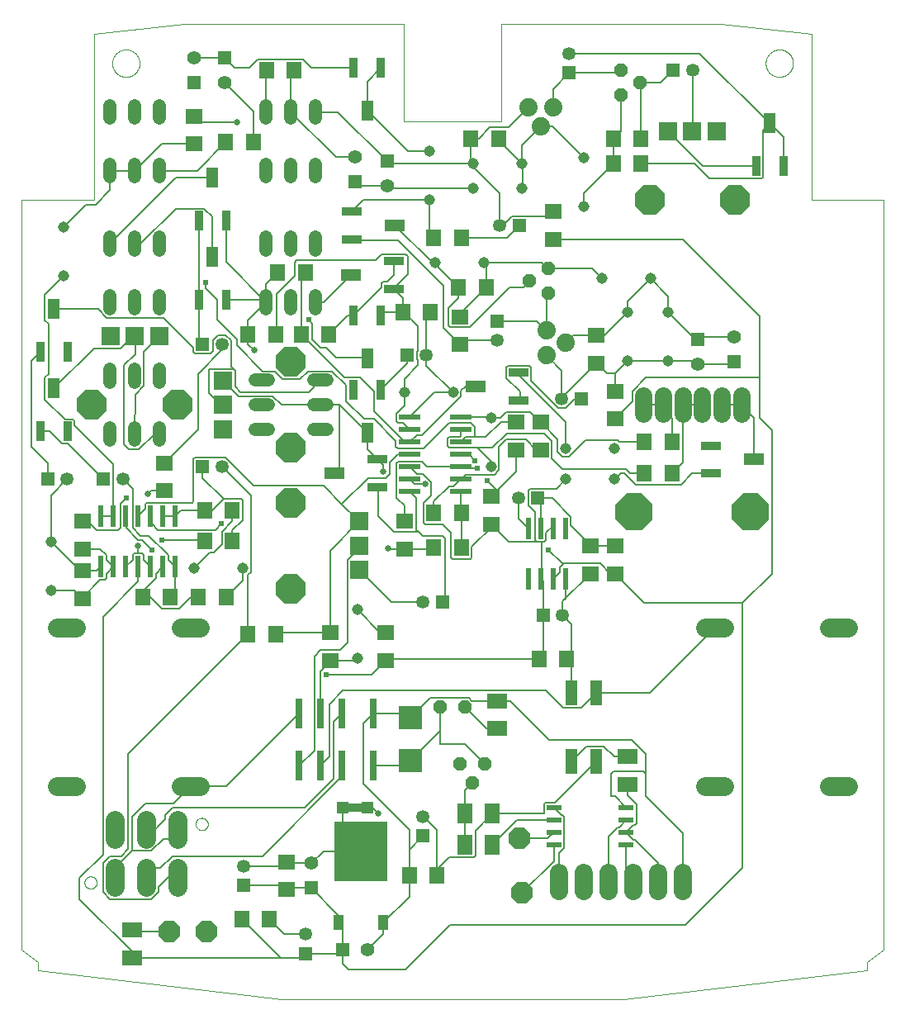
<source format=gtl>
G75*
%MOIN*%
%OFA0B0*%
%FSLAX25Y25*%
%IPPOS*%
%LPD*%
%AMOC8*
5,1,8,0,0,1.08239X$1,22.5*
%
%ADD10C,0.00000*%
%ADD11C,0.04500*%
%ADD12R,0.05315X0.05315*%
%ADD13C,0.05315*%
%ADD14R,0.07087X0.06299*%
%ADD15R,0.06299X0.07087*%
%ADD16C,0.05543*%
%ADD17R,0.05543X0.05543*%
%ADD18C,0.05200*%
%ADD19R,0.02362X0.08661*%
%ADD20R,0.08661X0.02362*%
%ADD21C,0.07677*%
%ADD22R,0.03150X0.12205*%
%ADD23OC8,0.05200*%
%ADD24OC8,0.08500*%
%ADD25R,0.05000X0.10000*%
%ADD26C,0.07400*%
%ADD27R,0.06299X0.07098*%
%ADD28R,0.03543X0.07874*%
%ADD29R,0.05118X0.07874*%
%ADD30R,0.07098X0.06299*%
%ADD31R,0.07874X0.03543*%
%ADD32R,0.07874X0.05118*%
%ADD33R,0.07874X0.06299*%
%ADD34R,0.06299X0.07874*%
%ADD35R,0.07400X0.07400*%
%ADD36OC8,0.11811*%
%ADD37R,0.03937X0.06299*%
%ADD38R,0.21260X0.24409*%
%ADD39R,0.06100X0.02100*%
%ADD40R,0.09449X0.09449*%
%ADD41R,0.05000X0.05000*%
%ADD42C,0.03200*%
%ADD43C,0.07087*%
%ADD44OC8,0.15000*%
%ADD45C,0.07400*%
%ADD46C,0.00800*%
%ADD47C,0.02381*%
%ADD48C,0.02578*%
D10*
X0035280Y0038800D02*
X0041933Y0034115D01*
X0041933Y0030611D01*
X0140358Y0018800D01*
X0278154Y0018800D01*
X0376579Y0030611D01*
X0376579Y0034115D01*
X0383272Y0038800D01*
X0383272Y0341635D01*
X0354138Y0341635D01*
X0354138Y0408564D01*
X0317524Y0412501D01*
X0228941Y0412501D01*
X0228941Y0373131D01*
X0189571Y0373131D01*
X0189571Y0412501D01*
X0100988Y0412501D01*
X0064374Y0408564D01*
X0064374Y0341635D01*
X0035240Y0341635D01*
X0035280Y0038800D01*
X0041933Y0030611D02*
X0140358Y0018800D01*
X0278154Y0018800D01*
X0376579Y0030611D01*
X0105535Y0089666D02*
X0105537Y0089765D01*
X0105543Y0089864D01*
X0105553Y0089963D01*
X0105567Y0090061D01*
X0105585Y0090158D01*
X0105607Y0090255D01*
X0105632Y0090351D01*
X0105662Y0090445D01*
X0105695Y0090539D01*
X0105732Y0090631D01*
X0105773Y0090721D01*
X0105817Y0090810D01*
X0105865Y0090896D01*
X0105916Y0090981D01*
X0105971Y0091064D01*
X0106029Y0091144D01*
X0106090Y0091222D01*
X0106154Y0091298D01*
X0106221Y0091371D01*
X0106291Y0091441D01*
X0106364Y0091508D01*
X0106440Y0091572D01*
X0106518Y0091633D01*
X0106598Y0091691D01*
X0106681Y0091746D01*
X0106765Y0091797D01*
X0106852Y0091845D01*
X0106941Y0091889D01*
X0107031Y0091930D01*
X0107123Y0091967D01*
X0107217Y0092000D01*
X0107311Y0092030D01*
X0107407Y0092055D01*
X0107504Y0092077D01*
X0107601Y0092095D01*
X0107699Y0092109D01*
X0107798Y0092119D01*
X0107897Y0092125D01*
X0107996Y0092127D01*
X0108095Y0092125D01*
X0108194Y0092119D01*
X0108293Y0092109D01*
X0108391Y0092095D01*
X0108488Y0092077D01*
X0108585Y0092055D01*
X0108681Y0092030D01*
X0108775Y0092000D01*
X0108869Y0091967D01*
X0108961Y0091930D01*
X0109051Y0091889D01*
X0109140Y0091845D01*
X0109226Y0091797D01*
X0109311Y0091746D01*
X0109394Y0091691D01*
X0109474Y0091633D01*
X0109552Y0091572D01*
X0109628Y0091508D01*
X0109701Y0091441D01*
X0109771Y0091371D01*
X0109838Y0091298D01*
X0109902Y0091222D01*
X0109963Y0091144D01*
X0110021Y0091064D01*
X0110076Y0090981D01*
X0110127Y0090897D01*
X0110175Y0090810D01*
X0110219Y0090721D01*
X0110260Y0090631D01*
X0110297Y0090539D01*
X0110330Y0090445D01*
X0110360Y0090351D01*
X0110385Y0090255D01*
X0110407Y0090158D01*
X0110425Y0090061D01*
X0110439Y0089963D01*
X0110449Y0089864D01*
X0110455Y0089765D01*
X0110457Y0089666D01*
X0110455Y0089567D01*
X0110449Y0089468D01*
X0110439Y0089369D01*
X0110425Y0089271D01*
X0110407Y0089174D01*
X0110385Y0089077D01*
X0110360Y0088981D01*
X0110330Y0088887D01*
X0110297Y0088793D01*
X0110260Y0088701D01*
X0110219Y0088611D01*
X0110175Y0088522D01*
X0110127Y0088436D01*
X0110076Y0088351D01*
X0110021Y0088268D01*
X0109963Y0088188D01*
X0109902Y0088110D01*
X0109838Y0088034D01*
X0109771Y0087961D01*
X0109701Y0087891D01*
X0109628Y0087824D01*
X0109552Y0087760D01*
X0109474Y0087699D01*
X0109394Y0087641D01*
X0109311Y0087586D01*
X0109227Y0087535D01*
X0109140Y0087487D01*
X0109051Y0087443D01*
X0108961Y0087402D01*
X0108869Y0087365D01*
X0108775Y0087332D01*
X0108681Y0087302D01*
X0108585Y0087277D01*
X0108488Y0087255D01*
X0108391Y0087237D01*
X0108293Y0087223D01*
X0108194Y0087213D01*
X0108095Y0087207D01*
X0107996Y0087205D01*
X0107897Y0087207D01*
X0107798Y0087213D01*
X0107699Y0087223D01*
X0107601Y0087237D01*
X0107504Y0087255D01*
X0107407Y0087277D01*
X0107311Y0087302D01*
X0107217Y0087332D01*
X0107123Y0087365D01*
X0107031Y0087402D01*
X0106941Y0087443D01*
X0106852Y0087487D01*
X0106766Y0087535D01*
X0106681Y0087586D01*
X0106598Y0087641D01*
X0106518Y0087699D01*
X0106440Y0087760D01*
X0106364Y0087824D01*
X0106291Y0087891D01*
X0106221Y0087961D01*
X0106154Y0088034D01*
X0106090Y0088110D01*
X0106029Y0088188D01*
X0105971Y0088268D01*
X0105916Y0088351D01*
X0105865Y0088435D01*
X0105817Y0088522D01*
X0105773Y0088611D01*
X0105732Y0088701D01*
X0105695Y0088793D01*
X0105662Y0088887D01*
X0105632Y0088981D01*
X0105607Y0089077D01*
X0105585Y0089174D01*
X0105567Y0089271D01*
X0105553Y0089369D01*
X0105543Y0089468D01*
X0105537Y0089567D01*
X0105535Y0089666D01*
X0060653Y0066044D02*
X0060655Y0066143D01*
X0060661Y0066242D01*
X0060671Y0066341D01*
X0060685Y0066439D01*
X0060703Y0066536D01*
X0060725Y0066633D01*
X0060750Y0066729D01*
X0060780Y0066823D01*
X0060813Y0066917D01*
X0060850Y0067009D01*
X0060891Y0067099D01*
X0060935Y0067188D01*
X0060983Y0067274D01*
X0061034Y0067359D01*
X0061089Y0067442D01*
X0061147Y0067522D01*
X0061208Y0067600D01*
X0061272Y0067676D01*
X0061339Y0067749D01*
X0061409Y0067819D01*
X0061482Y0067886D01*
X0061558Y0067950D01*
X0061636Y0068011D01*
X0061716Y0068069D01*
X0061799Y0068124D01*
X0061883Y0068175D01*
X0061970Y0068223D01*
X0062059Y0068267D01*
X0062149Y0068308D01*
X0062241Y0068345D01*
X0062335Y0068378D01*
X0062429Y0068408D01*
X0062525Y0068433D01*
X0062622Y0068455D01*
X0062719Y0068473D01*
X0062817Y0068487D01*
X0062916Y0068497D01*
X0063015Y0068503D01*
X0063114Y0068505D01*
X0063213Y0068503D01*
X0063312Y0068497D01*
X0063411Y0068487D01*
X0063509Y0068473D01*
X0063606Y0068455D01*
X0063703Y0068433D01*
X0063799Y0068408D01*
X0063893Y0068378D01*
X0063987Y0068345D01*
X0064079Y0068308D01*
X0064169Y0068267D01*
X0064258Y0068223D01*
X0064344Y0068175D01*
X0064429Y0068124D01*
X0064512Y0068069D01*
X0064592Y0068011D01*
X0064670Y0067950D01*
X0064746Y0067886D01*
X0064819Y0067819D01*
X0064889Y0067749D01*
X0064956Y0067676D01*
X0065020Y0067600D01*
X0065081Y0067522D01*
X0065139Y0067442D01*
X0065194Y0067359D01*
X0065245Y0067275D01*
X0065293Y0067188D01*
X0065337Y0067099D01*
X0065378Y0067009D01*
X0065415Y0066917D01*
X0065448Y0066823D01*
X0065478Y0066729D01*
X0065503Y0066633D01*
X0065525Y0066536D01*
X0065543Y0066439D01*
X0065557Y0066341D01*
X0065567Y0066242D01*
X0065573Y0066143D01*
X0065575Y0066044D01*
X0065573Y0065945D01*
X0065567Y0065846D01*
X0065557Y0065747D01*
X0065543Y0065649D01*
X0065525Y0065552D01*
X0065503Y0065455D01*
X0065478Y0065359D01*
X0065448Y0065265D01*
X0065415Y0065171D01*
X0065378Y0065079D01*
X0065337Y0064989D01*
X0065293Y0064900D01*
X0065245Y0064814D01*
X0065194Y0064729D01*
X0065139Y0064646D01*
X0065081Y0064566D01*
X0065020Y0064488D01*
X0064956Y0064412D01*
X0064889Y0064339D01*
X0064819Y0064269D01*
X0064746Y0064202D01*
X0064670Y0064138D01*
X0064592Y0064077D01*
X0064512Y0064019D01*
X0064429Y0063964D01*
X0064345Y0063913D01*
X0064258Y0063865D01*
X0064169Y0063821D01*
X0064079Y0063780D01*
X0063987Y0063743D01*
X0063893Y0063710D01*
X0063799Y0063680D01*
X0063703Y0063655D01*
X0063606Y0063633D01*
X0063509Y0063615D01*
X0063411Y0063601D01*
X0063312Y0063591D01*
X0063213Y0063585D01*
X0063114Y0063583D01*
X0063015Y0063585D01*
X0062916Y0063591D01*
X0062817Y0063601D01*
X0062719Y0063615D01*
X0062622Y0063633D01*
X0062525Y0063655D01*
X0062429Y0063680D01*
X0062335Y0063710D01*
X0062241Y0063743D01*
X0062149Y0063780D01*
X0062059Y0063821D01*
X0061970Y0063865D01*
X0061884Y0063913D01*
X0061799Y0063964D01*
X0061716Y0064019D01*
X0061636Y0064077D01*
X0061558Y0064138D01*
X0061482Y0064202D01*
X0061409Y0064269D01*
X0061339Y0064339D01*
X0061272Y0064412D01*
X0061208Y0064488D01*
X0061147Y0064566D01*
X0061089Y0064646D01*
X0061034Y0064729D01*
X0060983Y0064813D01*
X0060935Y0064900D01*
X0060891Y0064989D01*
X0060850Y0065079D01*
X0060813Y0065171D01*
X0060780Y0065265D01*
X0060750Y0065359D01*
X0060725Y0065455D01*
X0060703Y0065552D01*
X0060685Y0065649D01*
X0060671Y0065747D01*
X0060661Y0065846D01*
X0060655Y0065945D01*
X0060653Y0066044D01*
X0071854Y0396753D02*
X0071856Y0396901D01*
X0071862Y0397049D01*
X0071872Y0397197D01*
X0071886Y0397344D01*
X0071904Y0397491D01*
X0071925Y0397637D01*
X0071951Y0397783D01*
X0071981Y0397928D01*
X0072014Y0398072D01*
X0072052Y0398215D01*
X0072093Y0398357D01*
X0072138Y0398498D01*
X0072186Y0398638D01*
X0072239Y0398777D01*
X0072295Y0398914D01*
X0072355Y0399049D01*
X0072418Y0399183D01*
X0072485Y0399315D01*
X0072556Y0399445D01*
X0072630Y0399573D01*
X0072707Y0399699D01*
X0072788Y0399823D01*
X0072872Y0399945D01*
X0072959Y0400064D01*
X0073050Y0400181D01*
X0073144Y0400296D01*
X0073240Y0400408D01*
X0073340Y0400518D01*
X0073442Y0400624D01*
X0073548Y0400728D01*
X0073656Y0400829D01*
X0073767Y0400927D01*
X0073880Y0401023D01*
X0073996Y0401115D01*
X0074114Y0401204D01*
X0074235Y0401289D01*
X0074358Y0401372D01*
X0074483Y0401451D01*
X0074610Y0401527D01*
X0074739Y0401599D01*
X0074870Y0401668D01*
X0075003Y0401733D01*
X0075138Y0401794D01*
X0075274Y0401852D01*
X0075411Y0401907D01*
X0075550Y0401957D01*
X0075691Y0402004D01*
X0075832Y0402047D01*
X0075975Y0402087D01*
X0076119Y0402122D01*
X0076263Y0402154D01*
X0076409Y0402181D01*
X0076555Y0402205D01*
X0076702Y0402225D01*
X0076849Y0402241D01*
X0076996Y0402253D01*
X0077144Y0402261D01*
X0077292Y0402265D01*
X0077440Y0402265D01*
X0077588Y0402261D01*
X0077736Y0402253D01*
X0077883Y0402241D01*
X0078030Y0402225D01*
X0078177Y0402205D01*
X0078323Y0402181D01*
X0078469Y0402154D01*
X0078613Y0402122D01*
X0078757Y0402087D01*
X0078900Y0402047D01*
X0079041Y0402004D01*
X0079182Y0401957D01*
X0079321Y0401907D01*
X0079458Y0401852D01*
X0079594Y0401794D01*
X0079729Y0401733D01*
X0079862Y0401668D01*
X0079993Y0401599D01*
X0080122Y0401527D01*
X0080249Y0401451D01*
X0080374Y0401372D01*
X0080497Y0401289D01*
X0080618Y0401204D01*
X0080736Y0401115D01*
X0080852Y0401023D01*
X0080965Y0400927D01*
X0081076Y0400829D01*
X0081184Y0400728D01*
X0081290Y0400624D01*
X0081392Y0400518D01*
X0081492Y0400408D01*
X0081588Y0400296D01*
X0081682Y0400181D01*
X0081773Y0400064D01*
X0081860Y0399945D01*
X0081944Y0399823D01*
X0082025Y0399699D01*
X0082102Y0399573D01*
X0082176Y0399445D01*
X0082247Y0399315D01*
X0082314Y0399183D01*
X0082377Y0399049D01*
X0082437Y0398914D01*
X0082493Y0398777D01*
X0082546Y0398638D01*
X0082594Y0398498D01*
X0082639Y0398357D01*
X0082680Y0398215D01*
X0082718Y0398072D01*
X0082751Y0397928D01*
X0082781Y0397783D01*
X0082807Y0397637D01*
X0082828Y0397491D01*
X0082846Y0397344D01*
X0082860Y0397197D01*
X0082870Y0397049D01*
X0082876Y0396901D01*
X0082878Y0396753D01*
X0082876Y0396605D01*
X0082870Y0396457D01*
X0082860Y0396309D01*
X0082846Y0396162D01*
X0082828Y0396015D01*
X0082807Y0395869D01*
X0082781Y0395723D01*
X0082751Y0395578D01*
X0082718Y0395434D01*
X0082680Y0395291D01*
X0082639Y0395149D01*
X0082594Y0395008D01*
X0082546Y0394868D01*
X0082493Y0394729D01*
X0082437Y0394592D01*
X0082377Y0394457D01*
X0082314Y0394323D01*
X0082247Y0394191D01*
X0082176Y0394061D01*
X0082102Y0393933D01*
X0082025Y0393807D01*
X0081944Y0393683D01*
X0081860Y0393561D01*
X0081773Y0393442D01*
X0081682Y0393325D01*
X0081588Y0393210D01*
X0081492Y0393098D01*
X0081392Y0392988D01*
X0081290Y0392882D01*
X0081184Y0392778D01*
X0081076Y0392677D01*
X0080965Y0392579D01*
X0080852Y0392483D01*
X0080736Y0392391D01*
X0080618Y0392302D01*
X0080497Y0392217D01*
X0080374Y0392134D01*
X0080249Y0392055D01*
X0080122Y0391979D01*
X0079993Y0391907D01*
X0079862Y0391838D01*
X0079729Y0391773D01*
X0079594Y0391712D01*
X0079458Y0391654D01*
X0079321Y0391599D01*
X0079182Y0391549D01*
X0079041Y0391502D01*
X0078900Y0391459D01*
X0078757Y0391419D01*
X0078613Y0391384D01*
X0078469Y0391352D01*
X0078323Y0391325D01*
X0078177Y0391301D01*
X0078030Y0391281D01*
X0077883Y0391265D01*
X0077736Y0391253D01*
X0077588Y0391245D01*
X0077440Y0391241D01*
X0077292Y0391241D01*
X0077144Y0391245D01*
X0076996Y0391253D01*
X0076849Y0391265D01*
X0076702Y0391281D01*
X0076555Y0391301D01*
X0076409Y0391325D01*
X0076263Y0391352D01*
X0076119Y0391384D01*
X0075975Y0391419D01*
X0075832Y0391459D01*
X0075691Y0391502D01*
X0075550Y0391549D01*
X0075411Y0391599D01*
X0075274Y0391654D01*
X0075138Y0391712D01*
X0075003Y0391773D01*
X0074870Y0391838D01*
X0074739Y0391907D01*
X0074610Y0391979D01*
X0074483Y0392055D01*
X0074358Y0392134D01*
X0074235Y0392217D01*
X0074114Y0392302D01*
X0073996Y0392391D01*
X0073880Y0392483D01*
X0073767Y0392579D01*
X0073656Y0392677D01*
X0073548Y0392778D01*
X0073442Y0392882D01*
X0073340Y0392988D01*
X0073240Y0393098D01*
X0073144Y0393210D01*
X0073050Y0393325D01*
X0072959Y0393442D01*
X0072872Y0393561D01*
X0072788Y0393683D01*
X0072707Y0393807D01*
X0072630Y0393933D01*
X0072556Y0394061D01*
X0072485Y0394191D01*
X0072418Y0394323D01*
X0072355Y0394457D01*
X0072295Y0394592D01*
X0072239Y0394729D01*
X0072186Y0394868D01*
X0072138Y0395008D01*
X0072093Y0395149D01*
X0072052Y0395291D01*
X0072014Y0395434D01*
X0071981Y0395578D01*
X0071951Y0395723D01*
X0071925Y0395869D01*
X0071904Y0396015D01*
X0071886Y0396162D01*
X0071872Y0396309D01*
X0071862Y0396457D01*
X0071856Y0396605D01*
X0071854Y0396753D01*
X0335634Y0396753D02*
X0335636Y0396901D01*
X0335642Y0397049D01*
X0335652Y0397197D01*
X0335666Y0397344D01*
X0335684Y0397491D01*
X0335705Y0397637D01*
X0335731Y0397783D01*
X0335761Y0397928D01*
X0335794Y0398072D01*
X0335832Y0398215D01*
X0335873Y0398357D01*
X0335918Y0398498D01*
X0335966Y0398638D01*
X0336019Y0398777D01*
X0336075Y0398914D01*
X0336135Y0399049D01*
X0336198Y0399183D01*
X0336265Y0399315D01*
X0336336Y0399445D01*
X0336410Y0399573D01*
X0336487Y0399699D01*
X0336568Y0399823D01*
X0336652Y0399945D01*
X0336739Y0400064D01*
X0336830Y0400181D01*
X0336924Y0400296D01*
X0337020Y0400408D01*
X0337120Y0400518D01*
X0337222Y0400624D01*
X0337328Y0400728D01*
X0337436Y0400829D01*
X0337547Y0400927D01*
X0337660Y0401023D01*
X0337776Y0401115D01*
X0337894Y0401204D01*
X0338015Y0401289D01*
X0338138Y0401372D01*
X0338263Y0401451D01*
X0338390Y0401527D01*
X0338519Y0401599D01*
X0338650Y0401668D01*
X0338783Y0401733D01*
X0338918Y0401794D01*
X0339054Y0401852D01*
X0339191Y0401907D01*
X0339330Y0401957D01*
X0339471Y0402004D01*
X0339612Y0402047D01*
X0339755Y0402087D01*
X0339899Y0402122D01*
X0340043Y0402154D01*
X0340189Y0402181D01*
X0340335Y0402205D01*
X0340482Y0402225D01*
X0340629Y0402241D01*
X0340776Y0402253D01*
X0340924Y0402261D01*
X0341072Y0402265D01*
X0341220Y0402265D01*
X0341368Y0402261D01*
X0341516Y0402253D01*
X0341663Y0402241D01*
X0341810Y0402225D01*
X0341957Y0402205D01*
X0342103Y0402181D01*
X0342249Y0402154D01*
X0342393Y0402122D01*
X0342537Y0402087D01*
X0342680Y0402047D01*
X0342821Y0402004D01*
X0342962Y0401957D01*
X0343101Y0401907D01*
X0343238Y0401852D01*
X0343374Y0401794D01*
X0343509Y0401733D01*
X0343642Y0401668D01*
X0343773Y0401599D01*
X0343902Y0401527D01*
X0344029Y0401451D01*
X0344154Y0401372D01*
X0344277Y0401289D01*
X0344398Y0401204D01*
X0344516Y0401115D01*
X0344632Y0401023D01*
X0344745Y0400927D01*
X0344856Y0400829D01*
X0344964Y0400728D01*
X0345070Y0400624D01*
X0345172Y0400518D01*
X0345272Y0400408D01*
X0345368Y0400296D01*
X0345462Y0400181D01*
X0345553Y0400064D01*
X0345640Y0399945D01*
X0345724Y0399823D01*
X0345805Y0399699D01*
X0345882Y0399573D01*
X0345956Y0399445D01*
X0346027Y0399315D01*
X0346094Y0399183D01*
X0346157Y0399049D01*
X0346217Y0398914D01*
X0346273Y0398777D01*
X0346326Y0398638D01*
X0346374Y0398498D01*
X0346419Y0398357D01*
X0346460Y0398215D01*
X0346498Y0398072D01*
X0346531Y0397928D01*
X0346561Y0397783D01*
X0346587Y0397637D01*
X0346608Y0397491D01*
X0346626Y0397344D01*
X0346640Y0397197D01*
X0346650Y0397049D01*
X0346656Y0396901D01*
X0346658Y0396753D01*
X0346656Y0396605D01*
X0346650Y0396457D01*
X0346640Y0396309D01*
X0346626Y0396162D01*
X0346608Y0396015D01*
X0346587Y0395869D01*
X0346561Y0395723D01*
X0346531Y0395578D01*
X0346498Y0395434D01*
X0346460Y0395291D01*
X0346419Y0395149D01*
X0346374Y0395008D01*
X0346326Y0394868D01*
X0346273Y0394729D01*
X0346217Y0394592D01*
X0346157Y0394457D01*
X0346094Y0394323D01*
X0346027Y0394191D01*
X0345956Y0394061D01*
X0345882Y0393933D01*
X0345805Y0393807D01*
X0345724Y0393683D01*
X0345640Y0393561D01*
X0345553Y0393442D01*
X0345462Y0393325D01*
X0345368Y0393210D01*
X0345272Y0393098D01*
X0345172Y0392988D01*
X0345070Y0392882D01*
X0344964Y0392778D01*
X0344856Y0392677D01*
X0344745Y0392579D01*
X0344632Y0392483D01*
X0344516Y0392391D01*
X0344398Y0392302D01*
X0344277Y0392217D01*
X0344154Y0392134D01*
X0344029Y0392055D01*
X0343902Y0391979D01*
X0343773Y0391907D01*
X0343642Y0391838D01*
X0343509Y0391773D01*
X0343374Y0391712D01*
X0343238Y0391654D01*
X0343101Y0391599D01*
X0342962Y0391549D01*
X0342821Y0391502D01*
X0342680Y0391459D01*
X0342537Y0391419D01*
X0342393Y0391384D01*
X0342249Y0391352D01*
X0342103Y0391325D01*
X0341957Y0391301D01*
X0341810Y0391281D01*
X0341663Y0391265D01*
X0341516Y0391253D01*
X0341368Y0391245D01*
X0341220Y0391241D01*
X0341072Y0391241D01*
X0340924Y0391245D01*
X0340776Y0391253D01*
X0340629Y0391265D01*
X0340482Y0391281D01*
X0340335Y0391301D01*
X0340189Y0391325D01*
X0340043Y0391352D01*
X0339899Y0391384D01*
X0339755Y0391419D01*
X0339612Y0391459D01*
X0339471Y0391502D01*
X0339330Y0391549D01*
X0339191Y0391599D01*
X0339054Y0391654D01*
X0338918Y0391712D01*
X0338783Y0391773D01*
X0338650Y0391838D01*
X0338519Y0391907D01*
X0338390Y0391979D01*
X0338263Y0392055D01*
X0338138Y0392134D01*
X0338015Y0392217D01*
X0337894Y0392302D01*
X0337776Y0392391D01*
X0337660Y0392483D01*
X0337547Y0392579D01*
X0337436Y0392677D01*
X0337328Y0392778D01*
X0337222Y0392882D01*
X0337120Y0392988D01*
X0337020Y0393098D01*
X0336924Y0393210D01*
X0336830Y0393325D01*
X0336739Y0393442D01*
X0336652Y0393561D01*
X0336568Y0393683D01*
X0336487Y0393807D01*
X0336410Y0393933D01*
X0336336Y0394061D01*
X0336265Y0394191D01*
X0336198Y0394323D01*
X0336135Y0394457D01*
X0336075Y0394592D01*
X0336019Y0394729D01*
X0335966Y0394868D01*
X0335918Y0395008D01*
X0335873Y0395149D01*
X0335832Y0395291D01*
X0335794Y0395434D01*
X0335761Y0395578D01*
X0335731Y0395723D01*
X0335705Y0395869D01*
X0335684Y0396015D01*
X0335666Y0396162D01*
X0335652Y0396309D01*
X0335642Y0396457D01*
X0335636Y0396605D01*
X0335634Y0396753D01*
D11*
X0262248Y0358643D03*
X0262248Y0338957D03*
X0237091Y0346300D03*
X0237091Y0356300D03*
X0217406Y0356300D03*
X0217406Y0346300D03*
X0199748Y0341457D03*
X0199748Y0361143D03*
X0202248Y0316300D03*
X0221933Y0316300D03*
X0269406Y0309800D03*
X0279748Y0296143D03*
X0296248Y0296143D03*
X0289091Y0309800D03*
X0296248Y0276457D03*
X0279748Y0276457D03*
X0274591Y0241300D03*
X0274591Y0228800D03*
X0254906Y0228800D03*
X0254906Y0241300D03*
X0224748Y0233957D03*
X0224748Y0253643D03*
X0209433Y0263800D03*
X0189748Y0263800D03*
X0124591Y0192800D03*
X0104906Y0192800D03*
X0047248Y0183957D03*
X0047248Y0203643D03*
X0052248Y0310957D03*
X0052248Y0330643D03*
X0170748Y0176143D03*
X0170748Y0156457D03*
D12*
X0205185Y0179300D03*
X0245811Y0173800D03*
X0243685Y0221300D03*
X0261185Y0261300D03*
X0227248Y0292737D03*
X0190811Y0278800D03*
X0236185Y0331300D03*
X0256248Y0392863D03*
X0298311Y0393800D03*
X0108311Y0283300D03*
X0108311Y0233800D03*
X0068311Y0228800D03*
X0045811Y0228800D03*
X0197248Y0084863D03*
X0149748Y0037363D03*
X0124748Y0064863D03*
D13*
X0124748Y0072737D03*
X0149748Y0045237D03*
X0197248Y0092737D03*
X0253685Y0173800D03*
X0235811Y0221300D03*
X0253311Y0261300D03*
X0227248Y0284863D03*
X0198685Y0278800D03*
X0228311Y0331300D03*
X0256248Y0400737D03*
X0306185Y0393800D03*
X0116185Y0283300D03*
X0116185Y0233800D03*
X0076185Y0228800D03*
X0053685Y0228800D03*
X0197311Y0179300D03*
D14*
X0224748Y0210788D03*
X0224748Y0221812D03*
X0142248Y0074312D03*
X0142248Y0063288D03*
D15*
X0135260Y0051300D03*
X0124236Y0051300D03*
X0191736Y0068800D03*
X0202760Y0068800D03*
X0244236Y0156300D03*
X0255260Y0156300D03*
D16*
X0152248Y0073800D03*
X0174748Y0038800D03*
X0308248Y0275300D03*
X0322748Y0286300D03*
X0182748Y0347300D03*
X0169748Y0358800D03*
X0117248Y0388800D03*
X0104748Y0398800D03*
D17*
X0104748Y0388800D03*
X0117248Y0398800D03*
X0169748Y0348800D03*
X0182748Y0357300D03*
X0308248Y0285300D03*
X0322748Y0276300D03*
X0152248Y0063800D03*
X0164748Y0038800D03*
D18*
X0090988Y0244489D02*
X0090988Y0249689D01*
X0080988Y0249689D02*
X0080988Y0244489D01*
X0070988Y0244489D02*
X0070988Y0249689D01*
X0070988Y0268111D02*
X0070988Y0273311D01*
X0080988Y0273311D02*
X0080988Y0268111D01*
X0090988Y0268111D02*
X0090988Y0273311D01*
X0090988Y0297696D02*
X0090988Y0302896D01*
X0080988Y0302896D02*
X0080988Y0297696D01*
X0070988Y0297696D02*
X0070988Y0302896D01*
X0070988Y0321318D02*
X0070988Y0326518D01*
X0080988Y0326518D02*
X0080988Y0321318D01*
X0090988Y0321318D02*
X0090988Y0326518D01*
X0090988Y0350846D02*
X0090988Y0356046D01*
X0080988Y0356046D02*
X0080988Y0350846D01*
X0070988Y0350846D02*
X0070988Y0356046D01*
X0070988Y0374468D02*
X0070988Y0379668D01*
X0080988Y0379668D02*
X0080988Y0374468D01*
X0090988Y0374468D02*
X0090988Y0379668D01*
X0133980Y0379668D02*
X0133980Y0374468D01*
X0143980Y0374468D02*
X0143980Y0379668D01*
X0153980Y0379668D02*
X0153980Y0374468D01*
X0153980Y0356046D02*
X0153980Y0350846D01*
X0143980Y0350846D02*
X0143980Y0356046D01*
X0133980Y0356046D02*
X0133980Y0350846D01*
X0133980Y0326518D02*
X0133980Y0321318D01*
X0143980Y0321318D02*
X0143980Y0326518D01*
X0153980Y0326518D02*
X0153980Y0321318D01*
X0153980Y0302896D02*
X0153980Y0297696D01*
X0143980Y0297696D02*
X0143980Y0302896D01*
X0133980Y0302896D02*
X0133980Y0297696D01*
X0134769Y0268800D02*
X0129569Y0268800D01*
X0129569Y0258800D02*
X0134769Y0258800D01*
X0134769Y0248800D02*
X0129569Y0248800D01*
X0153191Y0248800D02*
X0158391Y0248800D01*
X0158391Y0258800D02*
X0153191Y0258800D01*
X0153191Y0268800D02*
X0158391Y0268800D01*
D19*
X0097248Y0214036D03*
X0092248Y0214036D03*
X0087248Y0214036D03*
X0082248Y0214036D03*
X0077248Y0214036D03*
X0072248Y0214036D03*
X0067248Y0214036D03*
X0067248Y0193564D03*
X0072248Y0193564D03*
X0077248Y0193564D03*
X0082248Y0193564D03*
X0087248Y0193564D03*
X0092248Y0193564D03*
X0097248Y0193564D03*
X0239748Y0188564D03*
X0244748Y0188564D03*
X0249748Y0188564D03*
X0254748Y0188564D03*
X0254748Y0209036D03*
X0249748Y0209036D03*
X0244748Y0209036D03*
X0239748Y0209036D03*
D20*
X0212484Y0223800D03*
X0212484Y0228800D03*
X0212484Y0233800D03*
X0212484Y0238800D03*
X0212484Y0243800D03*
X0212484Y0248800D03*
X0212484Y0253800D03*
X0192012Y0253800D03*
X0192012Y0248800D03*
X0192012Y0243800D03*
X0192012Y0238800D03*
X0192012Y0233800D03*
X0192012Y0228800D03*
X0192012Y0223800D03*
D21*
X0107307Y0168859D02*
X0099630Y0168859D01*
X0057307Y0168859D02*
X0049630Y0168859D01*
X0049630Y0104961D02*
X0057307Y0104961D01*
X0072957Y0091438D02*
X0072957Y0083761D01*
X0072957Y0071950D02*
X0072957Y0064272D01*
X0085555Y0064272D02*
X0085555Y0071950D01*
X0085555Y0083761D02*
X0085555Y0091438D01*
X0098154Y0091438D02*
X0098154Y0083761D01*
X0098154Y0071950D02*
X0098154Y0064272D01*
X0099630Y0104961D02*
X0107307Y0104961D01*
X0311244Y0104961D02*
X0318921Y0104961D01*
X0361244Y0104961D02*
X0368921Y0104961D01*
X0368921Y0168859D02*
X0361244Y0168859D01*
X0318921Y0168859D02*
X0311244Y0168859D01*
D22*
X0177209Y0134233D03*
X0164610Y0134233D03*
X0155949Y0134233D03*
X0147287Y0134233D03*
X0147287Y0113367D03*
X0155949Y0113367D03*
X0164610Y0113367D03*
X0177209Y0113367D03*
D23*
X0204256Y0136910D03*
X0214256Y0136910D03*
X0212248Y0113800D03*
X0217248Y0106300D03*
X0222248Y0113800D03*
X0247748Y0303800D03*
X0240248Y0308800D03*
X0247748Y0313800D03*
X0277248Y0383800D03*
X0284748Y0388800D03*
X0277248Y0393800D03*
D24*
X0236248Y0083800D03*
X0237248Y0061800D03*
X0109748Y0046300D03*
X0094748Y0046300D03*
D25*
X0257248Y0115020D03*
X0267248Y0115020D03*
X0267248Y0142580D03*
X0257248Y0142580D03*
D26*
X0247248Y0278800D03*
X0254748Y0283800D03*
X0247248Y0288800D03*
X0244748Y0371300D03*
X0239748Y0378800D03*
X0249748Y0378800D03*
D27*
X0227846Y0366300D03*
X0216650Y0366300D03*
X0212846Y0326300D03*
X0201650Y0326300D03*
X0211650Y0306300D03*
X0222846Y0306300D03*
X0200346Y0296300D03*
X0189150Y0296300D03*
X0159346Y0287300D03*
X0148150Y0287300D03*
X0137846Y0287300D03*
X0126650Y0287300D03*
X0138650Y0312300D03*
X0149846Y0312300D03*
X0128846Y0364800D03*
X0117650Y0364800D03*
X0134150Y0393800D03*
X0145346Y0393800D03*
X0274150Y0366300D03*
X0274150Y0356300D03*
X0285346Y0356300D03*
X0285346Y0366300D03*
X0286650Y0243800D03*
X0297846Y0243800D03*
X0297846Y0231300D03*
X0286650Y0231300D03*
X0212846Y0215300D03*
X0201650Y0215300D03*
X0201650Y0201300D03*
X0212846Y0201300D03*
X0137846Y0166300D03*
X0126650Y0166300D03*
X0117846Y0181300D03*
X0106650Y0181300D03*
X0095346Y0181300D03*
X0084150Y0181300D03*
X0109150Y0203800D03*
X0120346Y0203800D03*
X0120346Y0216300D03*
X0109150Y0216300D03*
D28*
X0053760Y0248139D03*
X0042736Y0248139D03*
X0042736Y0280139D03*
X0053760Y0280139D03*
X0106736Y0301139D03*
X0117760Y0301139D03*
X0117760Y0333139D03*
X0106736Y0333139D03*
X0169236Y0294961D03*
X0180260Y0294961D03*
X0180260Y0264961D03*
X0169236Y0264961D03*
X0169236Y0394961D03*
X0180260Y0394961D03*
X0331736Y0355139D03*
X0342760Y0355139D03*
D29*
X0337248Y0372461D03*
X0174748Y0377639D03*
X0112248Y0350461D03*
X0112248Y0318461D03*
X0048248Y0297461D03*
X0048248Y0265461D03*
X0174748Y0277639D03*
X0174748Y0247639D03*
D30*
X0189748Y0211898D03*
X0189748Y0200702D03*
X0182248Y0166898D03*
X0182248Y0155702D03*
X0159748Y0155702D03*
X0159748Y0166898D03*
X0092748Y0224202D03*
X0092748Y0235398D03*
X0059748Y0211898D03*
X0059748Y0200702D03*
X0059748Y0191898D03*
X0059748Y0180702D03*
X0212248Y0283202D03*
X0212248Y0294398D03*
X0249748Y0325702D03*
X0249748Y0336898D03*
X0267248Y0286898D03*
X0267248Y0275702D03*
X0274748Y0264398D03*
X0274748Y0253202D03*
X0244748Y0251898D03*
X0234748Y0251898D03*
X0234748Y0240702D03*
X0244748Y0240702D03*
X0264748Y0201898D03*
X0274748Y0201898D03*
X0274748Y0190702D03*
X0264748Y0190702D03*
X0104748Y0364202D03*
X0104748Y0375398D03*
D31*
X0168587Y0336812D03*
X0168587Y0325788D03*
X0185409Y0316812D03*
X0185409Y0305788D03*
X0235909Y0271812D03*
X0235909Y0260788D03*
X0178909Y0236812D03*
X0178909Y0225788D03*
X0313587Y0231288D03*
X0313587Y0242312D03*
D32*
X0330909Y0236800D03*
X0218587Y0266300D03*
X0168087Y0311300D03*
X0185909Y0331300D03*
X0161587Y0231300D03*
D33*
X0227248Y0139312D03*
X0227248Y0128288D03*
X0279748Y0116812D03*
X0279748Y0105788D03*
X0079748Y0046812D03*
X0079748Y0035788D03*
D34*
X0214236Y0081300D03*
X0225260Y0081300D03*
X0225260Y0093800D03*
X0214236Y0093800D03*
D35*
X0171539Y0192186D03*
X0171539Y0202028D03*
X0171539Y0211871D03*
X0116421Y0248957D03*
X0116421Y0258800D03*
X0116421Y0268643D03*
X0090831Y0286459D03*
X0080988Y0286459D03*
X0071146Y0286459D03*
X0296185Y0369194D03*
X0306028Y0369194D03*
X0315870Y0369194D03*
D36*
X0323350Y0341635D03*
X0288705Y0341635D03*
X0143980Y0276123D03*
X0143980Y0241477D03*
X0143980Y0219351D03*
X0143980Y0184706D03*
X0098311Y0258900D03*
X0063665Y0258900D03*
D37*
X0163272Y0049902D03*
X0181224Y0049902D03*
D38*
X0172248Y0078643D03*
D39*
X0250148Y0081300D03*
X0250148Y0086300D03*
X0250148Y0091300D03*
X0250148Y0096300D03*
X0279348Y0096300D03*
X0279348Y0091300D03*
X0279348Y0086300D03*
X0279348Y0081300D03*
D40*
X0192248Y0115139D03*
X0192248Y0132461D03*
D41*
X0174748Y0096300D03*
X0164748Y0096300D03*
D42*
X0174748Y0096300D01*
D43*
X0286343Y0255414D02*
X0286343Y0262501D01*
X0294217Y0262501D02*
X0294217Y0255414D01*
X0302091Y0255414D02*
X0302091Y0262501D01*
X0309965Y0262501D02*
X0309965Y0255414D01*
X0317839Y0255414D02*
X0317839Y0262501D01*
X0325713Y0262501D02*
X0325713Y0255414D01*
D44*
X0329650Y0215650D03*
X0282406Y0215650D03*
D45*
X0282248Y0070000D02*
X0282248Y0062600D01*
X0272248Y0062600D02*
X0272248Y0070000D01*
X0262248Y0070000D02*
X0262248Y0062600D01*
X0252248Y0062600D02*
X0252248Y0070000D01*
X0292248Y0070000D02*
X0292248Y0062600D01*
X0302248Y0062600D02*
X0302248Y0070000D01*
D46*
X0302248Y0066300D02*
X0302248Y0085800D01*
X0287248Y0100800D01*
X0287248Y0109800D01*
X0287248Y0117813D01*
X0281481Y0123580D01*
X0248334Y0123580D01*
X0232602Y0139312D01*
X0227248Y0139312D01*
X0216946Y0139312D01*
X0215747Y0140510D01*
X0200297Y0140510D01*
X0192248Y0132461D01*
X0190476Y0134233D01*
X0177209Y0134233D01*
X0173248Y0130272D01*
X0173248Y0105800D01*
X0191736Y0087312D01*
X0191736Y0077800D01*
X0191736Y0079351D01*
X0197248Y0084863D01*
X0202760Y0087225D02*
X0197717Y0092269D01*
X0197248Y0092737D01*
X0202760Y0087225D02*
X0202760Y0068800D01*
X0202760Y0071300D01*
X0207823Y0076363D01*
X0217800Y0076363D01*
X0218386Y0076949D01*
X0218386Y0086926D01*
X0225260Y0093800D01*
X0246028Y0093800D01*
X0246098Y0093870D01*
X0246098Y0097764D01*
X0246684Y0098350D01*
X0250578Y0098350D01*
X0267248Y0115020D01*
X0270162Y0121020D02*
X0263248Y0121020D01*
X0257248Y0115020D01*
X0270162Y0121020D02*
X0274371Y0116812D01*
X0279748Y0116812D01*
X0274248Y0110800D02*
X0286248Y0110800D01*
X0287248Y0109800D01*
X0279748Y0105788D02*
X0279748Y0101414D01*
X0283398Y0097764D01*
X0283398Y0089836D01*
X0282812Y0089250D01*
X0282298Y0089250D01*
X0279348Y0086300D01*
X0282298Y0083350D01*
X0282812Y0083350D01*
X0292248Y0073914D01*
X0292248Y0066300D01*
X0282248Y0066300D02*
X0279348Y0069200D01*
X0279348Y0081300D01*
X0275884Y0088350D02*
X0272248Y0084714D01*
X0272248Y0066300D01*
X0252248Y0066300D02*
X0252248Y0077886D01*
X0254198Y0079836D01*
X0254198Y0092764D01*
X0253612Y0093350D01*
X0253098Y0093350D01*
X0250148Y0096300D01*
X0250148Y0091300D02*
X0235260Y0091300D01*
X0225260Y0081300D01*
X0214236Y0081300D02*
X0214236Y0093800D01*
X0214236Y0103288D01*
X0217248Y0106300D01*
X0222248Y0113800D02*
X0214256Y0121792D01*
X0204256Y0121792D01*
X0204256Y0136910D01*
X0204256Y0127146D01*
X0192248Y0115139D01*
X0190476Y0113367D01*
X0177209Y0113367D01*
X0164610Y0113367D02*
X0163524Y0112280D01*
X0163524Y0107850D01*
X0132461Y0076788D01*
X0096149Y0076788D01*
X0091311Y0071950D01*
X0085555Y0071950D01*
X0087559Y0078922D02*
X0079929Y0078922D01*
X0079929Y0092655D01*
X0085151Y0097876D01*
X0096383Y0097876D01*
X0103469Y0104961D01*
X0118016Y0104961D01*
X0147287Y0134233D01*
X0155949Y0134233D02*
X0155949Y0151402D01*
X0160248Y0155702D01*
X0169992Y0155702D01*
X0170748Y0156457D01*
X0166839Y0162979D02*
X0163711Y0159851D01*
X0155785Y0159851D01*
X0153374Y0157441D01*
X0153374Y0119454D01*
X0147287Y0113367D01*
X0155949Y0113367D02*
X0159386Y0116804D01*
X0159386Y0138100D01*
X0164747Y0143461D01*
X0246866Y0143461D01*
X0253748Y0136579D01*
X0261248Y0136579D01*
X0267248Y0142580D01*
X0288803Y0142580D01*
X0315083Y0168859D01*
X0326248Y0178800D02*
X0338150Y0190702D01*
X0338150Y0248783D01*
X0333190Y0253742D01*
X0333190Y0269800D01*
X0287217Y0269800D01*
X0281799Y0264383D01*
X0281799Y0260253D01*
X0274748Y0253202D01*
X0275937Y0244550D02*
X0262752Y0244550D01*
X0256252Y0238050D01*
X0253559Y0238050D01*
X0251656Y0239954D01*
X0251656Y0244991D01*
X0244748Y0251898D01*
X0240598Y0256048D01*
X0230785Y0256048D01*
X0228379Y0253643D01*
X0224748Y0253643D01*
X0224591Y0253800D01*
X0212484Y0253800D01*
X0216648Y0251600D02*
X0207848Y0251600D01*
X0197448Y0241200D01*
X0187048Y0241200D01*
X0186248Y0242000D01*
X0186248Y0244400D01*
X0177448Y0253200D01*
X0173448Y0253200D01*
X0166248Y0260400D01*
X0166248Y0266800D01*
X0160648Y0272400D01*
X0150848Y0272400D01*
X0147648Y0269200D01*
X0140648Y0269200D01*
X0137448Y0272400D01*
X0132648Y0272400D01*
X0122248Y0282800D01*
X0122248Y0285200D01*
X0114248Y0293200D01*
X0114248Y0301200D01*
X0109448Y0306000D01*
X0109448Y0308400D01*
X0106736Y0301139D02*
X0106736Y0284875D01*
X0108311Y0283300D01*
X0104654Y0281922D02*
X0104654Y0280228D01*
X0105239Y0279643D01*
X0111383Y0279643D01*
X0112528Y0280787D01*
X0112528Y0284815D01*
X0114670Y0286957D01*
X0117700Y0286957D01*
X0119843Y0284815D01*
X0119843Y0274303D01*
X0120803Y0273343D01*
X0110989Y0273343D01*
X0110989Y0263528D01*
X0115717Y0258800D01*
X0116421Y0258800D01*
X0122931Y0262400D02*
X0136528Y0262400D01*
X0140128Y0258800D01*
X0155791Y0258800D01*
X0163587Y0258800D01*
X0163587Y0233300D01*
X0161587Y0231300D01*
X0157154Y0226257D02*
X0164629Y0218781D01*
X0164648Y0218800D01*
X0175048Y0229200D01*
X0182248Y0229200D01*
X0183848Y0230800D01*
X0183848Y0235600D01*
X0187048Y0238800D01*
X0191848Y0238800D01*
X0192012Y0238800D01*
X0192012Y0243800D02*
X0191848Y0244400D01*
X0189448Y0244400D01*
X0177448Y0256400D01*
X0177448Y0264400D01*
X0171848Y0270000D01*
X0165448Y0270000D01*
X0148648Y0286800D01*
X0148150Y0287300D01*
X0148150Y0310603D01*
X0149846Y0312300D01*
X0145448Y0310800D02*
X0145448Y0316400D01*
X0146248Y0317200D01*
X0178248Y0317200D01*
X0180648Y0319600D01*
X0190248Y0319600D01*
X0191048Y0318800D01*
X0191048Y0311600D01*
X0185448Y0306000D01*
X0185409Y0305788D01*
X0189150Y0302048D01*
X0189150Y0296800D01*
X0195248Y0290702D01*
X0195248Y0280535D01*
X0195028Y0280315D01*
X0195028Y0277285D01*
X0195248Y0277065D01*
X0195248Y0274800D01*
X0189748Y0269300D01*
X0189748Y0263800D01*
X0189748Y0258462D01*
X0186681Y0255395D01*
X0186681Y0252205D01*
X0187267Y0251619D01*
X0189193Y0251619D01*
X0192012Y0248800D01*
X0194831Y0246619D02*
X0192012Y0243800D01*
X0194831Y0246619D02*
X0196848Y0246619D01*
X0212683Y0262454D01*
X0212683Y0264471D01*
X0214512Y0266300D01*
X0218587Y0266300D01*
X0209433Y0263800D02*
X0202012Y0263800D01*
X0192012Y0253800D01*
X0180260Y0264961D02*
X0190811Y0275513D01*
X0190811Y0278800D01*
X0198685Y0278800D02*
X0198685Y0274548D01*
X0209433Y0263800D01*
X0216648Y0251600D02*
X0218248Y0250000D01*
X0218248Y0246000D01*
X0218248Y0245800D01*
X0222650Y0245800D01*
X0228748Y0251898D01*
X0234748Y0251898D01*
X0231122Y0247451D02*
X0246111Y0247451D01*
X0249297Y0244265D01*
X0249297Y0237138D01*
X0253547Y0232888D01*
X0279211Y0232888D01*
X0280799Y0231300D01*
X0286650Y0231300D01*
X0283086Y0226751D02*
X0301410Y0226751D01*
X0305948Y0231288D01*
X0313587Y0231288D01*
X0302091Y0235544D02*
X0297846Y0231300D01*
X0302091Y0235544D02*
X0302091Y0258800D01*
X0302248Y0258957D01*
X0309965Y0258957D01*
X0317839Y0258957D02*
X0325713Y0258957D01*
X0330909Y0253761D01*
X0330909Y0236800D01*
X0302091Y0258800D02*
X0302091Y0258957D01*
X0297547Y0255627D02*
X0294217Y0258957D01*
X0286343Y0258957D01*
X0297547Y0255627D02*
X0297547Y0253532D01*
X0297846Y0253233D01*
X0297846Y0243800D01*
X0286650Y0243800D02*
X0276687Y0243800D01*
X0275937Y0244550D01*
X0277079Y0231288D02*
X0278548Y0231288D01*
X0283086Y0226751D01*
X0277079Y0231288D02*
X0274591Y0228800D01*
X0256929Y0213781D02*
X0256929Y0210217D01*
X0265248Y0201898D01*
X0264748Y0201898D01*
X0265248Y0201898D02*
X0274748Y0201898D01*
X0268711Y0194851D02*
X0254248Y0194851D01*
X0254248Y0194800D01*
X0253448Y0194800D01*
X0247848Y0200400D01*
X0246343Y0203706D02*
X0246929Y0204291D01*
X0246929Y0207261D01*
X0249748Y0210080D01*
X0249748Y0209036D01*
X0244748Y0209036D02*
X0244748Y0213800D01*
X0244748Y0220237D01*
X0243685Y0221300D01*
X0249410Y0221300D01*
X0256929Y0213781D01*
X0251063Y0224957D02*
X0240613Y0224957D01*
X0240028Y0224372D01*
X0240028Y0218228D01*
X0242567Y0215689D01*
X0242567Y0204291D01*
X0243153Y0203706D01*
X0244248Y0203706D01*
X0231831Y0203706D01*
X0225492Y0210044D01*
X0216996Y0201548D01*
X0216996Y0197337D01*
X0216410Y0196751D01*
X0209283Y0196751D01*
X0208697Y0197337D01*
X0208697Y0207267D01*
X0205213Y0210751D01*
X0198086Y0210751D01*
X0197500Y0211337D01*
X0197500Y0219263D01*
X0200537Y0222300D01*
X0200537Y0227748D01*
X0197304Y0230981D01*
X0194831Y0230981D01*
X0192012Y0233800D01*
X0195558Y0233800D01*
X0196757Y0235981D02*
X0198938Y0233800D01*
X0212484Y0233800D01*
X0212648Y0233200D01*
X0219048Y0233200D01*
X0218248Y0236400D02*
X0215848Y0238800D01*
X0212648Y0238800D01*
X0212484Y0238800D01*
X0212484Y0243800D02*
X0214484Y0245800D01*
X0218248Y0245800D01*
X0219087Y0241619D02*
X0225290Y0241619D01*
X0231122Y0247451D01*
X0230785Y0244851D02*
X0227998Y0242065D01*
X0227998Y0232611D01*
X0226094Y0230707D01*
X0214392Y0230707D01*
X0212484Y0228800D01*
X0209665Y0225981D01*
X0207739Y0225981D01*
X0201650Y0219891D01*
X0201650Y0215300D01*
X0194630Y0221182D02*
X0194630Y0208418D01*
X0195248Y0207800D01*
X0195048Y0207600D01*
X0185448Y0207600D01*
X0179048Y0214000D01*
X0179048Y0225200D01*
X0178909Y0225788D01*
X0181248Y0231800D02*
X0181248Y0234473D01*
X0178909Y0236812D01*
X0174748Y0240973D01*
X0174748Y0247639D01*
X0163587Y0258800D01*
X0155791Y0268800D02*
X0151259Y0264000D01*
X0123594Y0264000D01*
X0121389Y0266205D01*
X0121389Y0272757D01*
X0120803Y0273343D01*
X0116421Y0268643D02*
X0122931Y0262400D01*
X0106389Y0271419D02*
X0106389Y0249039D01*
X0092748Y0235398D01*
X0092748Y0224202D02*
X0087650Y0224202D01*
X0086248Y0222800D01*
X0085653Y0219367D02*
X0104103Y0219367D01*
X0104654Y0219917D01*
X0104654Y0236872D01*
X0105239Y0237457D01*
X0117700Y0237457D01*
X0128901Y0226257D01*
X0157154Y0226257D01*
X0164629Y0218781D02*
X0171539Y0211871D01*
X0159748Y0200080D01*
X0159748Y0166898D01*
X0138445Y0166898D01*
X0137846Y0166300D01*
X0126650Y0166300D02*
X0126650Y0190263D01*
X0127841Y0191454D01*
X0127841Y0222144D01*
X0116185Y0233800D01*
X0108311Y0233800D02*
X0108311Y0229321D01*
X0116783Y0220849D01*
X0112233Y0216300D01*
X0109150Y0216300D01*
X0099512Y0216300D01*
X0097248Y0214036D01*
X0092248Y0214036D01*
X0087848Y0214000D02*
X0087848Y0210800D01*
X0090248Y0208400D01*
X0113448Y0208400D01*
X0115848Y0210800D01*
X0116197Y0207763D02*
X0116197Y0202734D01*
X0112713Y0199251D01*
X0111356Y0199251D01*
X0104906Y0192800D01*
X0097248Y0193564D02*
X0094429Y0196383D01*
X0094429Y0198309D01*
X0086649Y0206089D01*
X0083269Y0206089D01*
X0080067Y0209291D01*
X0080067Y0224918D01*
X0076185Y0228800D01*
X0072248Y0234800D02*
X0072248Y0214036D01*
X0067248Y0214036D01*
X0074248Y0208400D02*
X0075048Y0209200D01*
X0075048Y0218800D01*
X0077448Y0221200D01*
X0077248Y0214036D02*
X0077448Y0214000D01*
X0077448Y0209200D01*
X0082248Y0204400D01*
X0083848Y0204400D01*
X0087848Y0200400D01*
X0084429Y0198309D02*
X0084429Y0196383D01*
X0087248Y0193564D01*
X0089429Y0190745D02*
X0089429Y0188819D01*
X0084150Y0183539D01*
X0084150Y0181300D01*
X0087233Y0181300D01*
X0091783Y0176751D01*
X0098910Y0176751D01*
X0103459Y0181300D01*
X0106650Y0181300D01*
X0105209Y0181300D01*
X0097248Y0183202D02*
X0097248Y0193564D01*
X0092248Y0193564D02*
X0091866Y0193182D01*
X0089429Y0190745D01*
X0082248Y0193564D02*
X0082248Y0187511D01*
X0068118Y0173382D01*
X0068118Y0077321D01*
X0058679Y0067881D01*
X0058679Y0059380D01*
X0081248Y0036811D01*
X0081248Y0035788D01*
X0079748Y0035788D01*
X0081248Y0035788D02*
X0142248Y0035788D01*
X0139748Y0035788D01*
X0124492Y0051044D01*
X0124748Y0051300D01*
X0124492Y0051044D02*
X0124236Y0051300D01*
X0135260Y0051300D02*
X0141323Y0045237D01*
X0149748Y0045237D01*
X0149748Y0037363D02*
X0148173Y0035788D01*
X0142248Y0035788D01*
X0149748Y0037363D02*
X0163311Y0037363D01*
X0164748Y0038800D01*
X0164748Y0048426D01*
X0163272Y0049902D01*
X0163272Y0052776D01*
X0152248Y0063800D01*
X0142760Y0063800D01*
X0142248Y0063288D01*
X0140736Y0064800D01*
X0124748Y0064800D01*
X0124748Y0064863D01*
X0124748Y0072737D02*
X0140673Y0072737D01*
X0142248Y0074312D01*
X0142760Y0073800D01*
X0152248Y0073800D01*
X0157091Y0078643D01*
X0172248Y0078643D01*
X0171091Y0079800D01*
X0167248Y0079800D01*
X0164748Y0082300D01*
X0164748Y0096300D01*
X0174748Y0096300D02*
X0176748Y0096300D01*
X0179248Y0093800D01*
X0191736Y0077800D02*
X0191736Y0068800D01*
X0191736Y0060414D01*
X0181224Y0049902D01*
X0181224Y0045276D01*
X0174748Y0038800D01*
X0164748Y0038800D02*
X0164748Y0033300D01*
X0167248Y0030800D01*
X0190248Y0030800D01*
X0208248Y0048800D01*
X0303248Y0048800D01*
X0326248Y0071800D01*
X0326248Y0178800D01*
X0286650Y0178800D01*
X0274748Y0190702D01*
X0272861Y0190702D01*
X0268711Y0194851D01*
X0264748Y0190702D02*
X0253685Y0179639D01*
X0254748Y0180702D01*
X0254748Y0188564D01*
X0252567Y0191383D02*
X0249748Y0188564D01*
X0252567Y0191383D02*
X0252567Y0193309D01*
X0254109Y0194851D01*
X0254248Y0194851D01*
X0245248Y0189064D02*
X0245248Y0203706D01*
X0246343Y0203706D01*
X0245248Y0203706D02*
X0244248Y0203706D01*
X0239748Y0209036D02*
X0235748Y0213036D01*
X0235748Y0221237D01*
X0235811Y0221300D01*
X0227048Y0224400D02*
X0224748Y0221812D01*
X0223460Y0223100D01*
X0224748Y0221812D02*
X0234748Y0231812D01*
X0234748Y0240702D01*
X0238711Y0244851D02*
X0230785Y0244851D01*
X0238711Y0244851D02*
X0242861Y0240702D01*
X0244748Y0240702D01*
X0254906Y0240800D02*
X0254906Y0251816D01*
X0235909Y0270812D01*
X0235909Y0271812D01*
X0231558Y0274583D02*
X0230972Y0273998D01*
X0230972Y0269626D01*
X0236421Y0264177D01*
X0236421Y0261300D01*
X0235909Y0260788D01*
X0240846Y0268592D02*
X0251796Y0257643D01*
X0254826Y0257643D01*
X0258483Y0261300D01*
X0261185Y0261300D01*
X0253311Y0261300D02*
X0253311Y0272737D01*
X0247248Y0278800D01*
X0254748Y0283800D02*
X0257846Y0286898D01*
X0267248Y0286898D01*
X0270504Y0286898D01*
X0279748Y0296143D01*
X0279748Y0300457D01*
X0289091Y0309800D01*
X0296248Y0302643D01*
X0296248Y0296143D01*
X0307091Y0285300D01*
X0308248Y0285300D01*
X0309248Y0286300D01*
X0322748Y0286300D01*
X0322748Y0276300D02*
X0321748Y0275300D01*
X0308248Y0275300D01*
X0307091Y0276457D01*
X0296248Y0276457D01*
X0279748Y0276457D01*
X0275169Y0271879D01*
X0274748Y0271457D01*
X0274748Y0264398D01*
X0274748Y0271457D02*
X0271492Y0271457D01*
X0267248Y0275702D01*
X0253311Y0261765D01*
X0253311Y0261300D01*
X0240846Y0268592D02*
X0240846Y0273998D01*
X0240261Y0274583D01*
X0231558Y0274583D01*
X0227248Y0284863D02*
X0213909Y0284863D01*
X0212248Y0283202D01*
X0211848Y0283600D01*
X0205448Y0290000D01*
X0205448Y0306800D01*
X0187048Y0325200D01*
X0168648Y0325200D01*
X0168587Y0325788D01*
X0168587Y0336812D02*
X0173232Y0341457D01*
X0199748Y0341457D01*
X0199748Y0328202D01*
X0201650Y0326300D01*
X0212846Y0326300D02*
X0231185Y0326300D01*
X0236185Y0331300D01*
X0233113Y0334957D02*
X0247807Y0334957D01*
X0249748Y0336898D01*
X0249748Y0325702D02*
X0302274Y0325702D01*
X0333190Y0294785D01*
X0333190Y0269800D01*
X0279748Y0276457D02*
X0278992Y0275702D01*
X0275169Y0271879D02*
X0274748Y0271457D01*
X0247248Y0288800D02*
X0247248Y0303300D01*
X0247748Y0303800D01*
X0240248Y0308800D02*
X0237748Y0306300D01*
X0232263Y0306300D01*
X0216211Y0290249D01*
X0208285Y0290249D01*
X0207699Y0290835D01*
X0207699Y0297962D01*
X0211650Y0301913D01*
X0211650Y0306300D01*
X0202248Y0315702D01*
X0202248Y0315800D01*
X0201409Y0315800D01*
X0185909Y0331300D01*
X0183748Y0346300D02*
X0182748Y0347300D01*
X0171248Y0347300D01*
X0169748Y0348800D01*
X0169748Y0358800D02*
X0162248Y0358800D01*
X0143980Y0377068D01*
X0143980Y0392434D01*
X0145346Y0393800D01*
X0148910Y0398349D02*
X0130586Y0398349D01*
X0127198Y0394961D01*
X0121087Y0394961D01*
X0117248Y0398800D01*
X0116648Y0398800D01*
X0105448Y0398800D01*
X0104748Y0398800D01*
X0117248Y0388800D02*
X0128846Y0377202D01*
X0128846Y0364800D01*
X0122248Y0372800D02*
X0121346Y0372800D01*
X0122248Y0372800D02*
X0107346Y0372800D01*
X0104748Y0375398D01*
X0104748Y0364202D02*
X0091744Y0364202D01*
X0080988Y0353446D01*
X0070988Y0353446D01*
X0070988Y0345456D01*
X0065192Y0339660D01*
X0061265Y0339660D01*
X0052248Y0330643D01*
X0070988Y0323918D02*
X0097531Y0350461D01*
X0112248Y0350461D01*
X0106295Y0353446D02*
X0090988Y0353446D01*
X0106295Y0353446D02*
X0117650Y0364800D01*
X0133980Y0377068D02*
X0133980Y0393631D01*
X0134150Y0393800D01*
X0148910Y0398349D02*
X0152298Y0394961D01*
X0169236Y0394961D01*
X0174748Y0389450D02*
X0180260Y0394961D01*
X0174748Y0389450D02*
X0174748Y0377639D01*
X0191244Y0361143D01*
X0199748Y0361143D01*
X0183748Y0356300D02*
X0182748Y0357300D01*
X0162980Y0377068D01*
X0153980Y0377068D01*
X0183748Y0356300D02*
X0216248Y0356300D01*
X0228311Y0344237D01*
X0228311Y0331300D01*
X0229456Y0331300D01*
X0233113Y0334957D01*
X0237091Y0346300D02*
X0237448Y0346800D01*
X0237448Y0355600D01*
X0237091Y0356300D01*
X0237091Y0363643D01*
X0244748Y0371300D01*
X0249591Y0371300D01*
X0262248Y0358643D01*
X0274150Y0356300D02*
X0262248Y0344398D01*
X0262248Y0338957D01*
X0274150Y0356300D02*
X0274150Y0366300D01*
X0277248Y0369398D01*
X0277248Y0383800D01*
X0284748Y0388800D02*
X0293311Y0388800D01*
X0298311Y0393800D01*
X0306185Y0393800D02*
X0306185Y0369351D01*
X0306028Y0369194D01*
X0296413Y0368965D02*
X0310240Y0355139D01*
X0331736Y0355139D01*
X0334508Y0350787D02*
X0334508Y0369721D01*
X0337248Y0372461D01*
X0308972Y0400737D01*
X0256248Y0400737D01*
X0256248Y0392863D02*
X0275311Y0392863D01*
X0276748Y0394300D01*
X0276185Y0394863D01*
X0276748Y0394300D02*
X0277248Y0393800D01*
X0284748Y0388800D02*
X0285346Y0388202D01*
X0285346Y0366300D01*
X0285346Y0356300D02*
X0306816Y0356300D01*
X0312914Y0350202D01*
X0333922Y0350202D01*
X0334508Y0350787D01*
X0342760Y0355139D02*
X0342760Y0366950D01*
X0337248Y0372461D01*
X0296413Y0368965D02*
X0296185Y0369194D01*
X0296413Y0368965D01*
X0256248Y0392863D02*
X0249748Y0386363D01*
X0249748Y0378800D01*
X0239748Y0378800D02*
X0231797Y0370849D01*
X0224283Y0370849D01*
X0219733Y0366300D01*
X0216650Y0366300D01*
X0216650Y0357056D01*
X0217406Y0356300D01*
X0216248Y0356300D01*
X0217406Y0346300D02*
X0183748Y0346300D01*
X0185409Y0316812D02*
X0185409Y0311135D01*
X0182835Y0308560D01*
X0181058Y0308560D01*
X0180472Y0307974D01*
X0180472Y0306198D01*
X0169236Y0294961D01*
X0167008Y0294961D01*
X0159346Y0287300D01*
X0158248Y0282000D02*
X0155848Y0282000D01*
X0152648Y0285200D01*
X0152648Y0291600D01*
X0151048Y0293200D01*
X0153980Y0300296D02*
X0157083Y0300296D01*
X0168087Y0311300D01*
X0181598Y0296300D02*
X0180260Y0294961D01*
X0181598Y0296300D02*
X0189150Y0296300D01*
X0189150Y0296800D01*
X0198685Y0294639D02*
X0200346Y0296300D01*
X0198685Y0294639D02*
X0198685Y0278800D01*
X0212248Y0294398D02*
X0212248Y0295702D01*
X0222846Y0306300D01*
X0222846Y0315387D01*
X0221933Y0316300D01*
X0245248Y0316300D01*
X0247748Y0313800D01*
X0265406Y0313800D01*
X0269406Y0309800D01*
X0247248Y0288800D02*
X0243311Y0292737D01*
X0227248Y0292737D01*
X0202248Y0315800D02*
X0202248Y0316300D01*
X0174248Y0278000D02*
X0174748Y0277639D01*
X0174248Y0278000D02*
X0162248Y0278000D01*
X0158248Y0282000D01*
X0138248Y0287600D02*
X0137846Y0287300D01*
X0138248Y0287600D02*
X0138248Y0303600D01*
X0145448Y0310800D01*
X0138650Y0312300D02*
X0133980Y0307631D01*
X0133980Y0300296D01*
X0117760Y0316517D01*
X0117760Y0333139D01*
X0112248Y0334800D02*
X0108972Y0338076D01*
X0097454Y0338076D01*
X0083297Y0323918D01*
X0080988Y0323918D01*
X0106736Y0333139D02*
X0106736Y0301139D01*
X0117760Y0301139D02*
X0133138Y0301139D01*
X0133980Y0300296D01*
X0126650Y0292965D01*
X0126650Y0287300D01*
X0126650Y0283398D01*
X0129248Y0280800D01*
X0116185Y0281216D02*
X0106389Y0271419D01*
X0104654Y0281922D02*
X0092479Y0294096D01*
X0069497Y0294096D01*
X0066132Y0297461D01*
X0048248Y0297461D01*
X0044689Y0293110D02*
X0044689Y0303398D01*
X0052248Y0310957D01*
X0044689Y0293110D02*
X0046248Y0291551D01*
X0046248Y0271372D01*
X0044689Y0269813D01*
X0044689Y0261110D01*
X0052724Y0253076D01*
X0055946Y0253076D01*
X0056531Y0252490D01*
X0056531Y0250517D01*
X0056748Y0250300D01*
X0072248Y0234800D01*
X0078557Y0240889D02*
X0082539Y0240889D01*
X0088739Y0247089D01*
X0090988Y0247089D01*
X0080988Y0247089D02*
X0081048Y0263020D01*
X0084648Y0266620D01*
X0084648Y0280217D01*
X0090831Y0286459D01*
X0081048Y0285800D02*
X0081048Y0279402D01*
X0076448Y0274802D01*
X0076448Y0242998D01*
X0078557Y0240889D01*
X0068311Y0228800D02*
X0053909Y0243202D01*
X0051574Y0243202D01*
X0046637Y0248139D01*
X0042736Y0248139D01*
X0039248Y0241800D02*
X0039248Y0276650D01*
X0042736Y0280139D01*
X0048248Y0265461D02*
X0064546Y0281759D01*
X0075320Y0281759D01*
X0079361Y0285800D01*
X0081048Y0285800D01*
X0080988Y0286459D01*
X0116185Y0283300D02*
X0116185Y0281216D01*
X0112248Y0318461D02*
X0112248Y0334800D01*
X0056531Y0250517D02*
X0056748Y0250300D01*
X0045811Y0235237D02*
X0039248Y0241800D01*
X0045811Y0235237D02*
X0045811Y0228800D01*
X0047248Y0222363D02*
X0053685Y0228800D01*
X0047248Y0222363D02*
X0047248Y0203643D01*
X0058992Y0191898D01*
X0059748Y0191898D01*
X0065583Y0191898D01*
X0067248Y0193564D01*
X0069429Y0196383D02*
X0069429Y0198309D01*
X0067036Y0200702D01*
X0059748Y0200702D01*
X0065448Y0208400D02*
X0074248Y0208400D01*
X0065448Y0208400D02*
X0062248Y0211600D01*
X0059748Y0211898D01*
X0062460Y0211898D01*
X0069429Y0196383D02*
X0072248Y0193564D01*
X0069429Y0190745D01*
X0069429Y0188819D01*
X0068843Y0188233D01*
X0066917Y0188233D01*
X0059748Y0181064D01*
X0059748Y0180702D01*
X0056492Y0183957D01*
X0047248Y0183957D01*
X0077248Y0193564D02*
X0080067Y0196383D01*
X0080067Y0198309D01*
X0080653Y0198894D01*
X0082248Y0198894D01*
X0082248Y0201800D01*
X0082248Y0198894D02*
X0083843Y0198894D01*
X0084429Y0198309D01*
X0091848Y0204400D02*
X0108648Y0204400D01*
X0109150Y0203800D01*
X0116197Y0207763D02*
X0120346Y0211913D01*
X0120346Y0216300D01*
X0124496Y0212337D02*
X0120346Y0208187D01*
X0120346Y0203800D01*
X0124496Y0212337D02*
X0124496Y0220263D01*
X0123910Y0220849D01*
X0116783Y0220849D01*
X0124591Y0192800D02*
X0124591Y0188044D01*
X0117846Y0181300D01*
X0126650Y0166300D02*
X0078329Y0117980D01*
X0078329Y0079585D01*
X0075533Y0076788D01*
X0070952Y0076788D01*
X0068118Y0073954D01*
X0068118Y0062268D01*
X0070952Y0059434D01*
X0087559Y0059434D01*
X0090394Y0062268D01*
X0090394Y0064190D01*
X0098154Y0071950D01*
X0098154Y0083761D02*
X0092398Y0083761D01*
X0087559Y0078922D01*
X0079929Y0078922D02*
X0072957Y0071950D01*
X0085555Y0083761D02*
X0093315Y0091520D01*
X0093315Y0093442D01*
X0096149Y0096276D01*
X0097248Y0096276D01*
X0149687Y0096276D01*
X0161248Y0107837D01*
X0161248Y0130871D01*
X0164610Y0134233D01*
X0158248Y0150000D02*
X0176648Y0150000D01*
X0182248Y0155600D01*
X0182248Y0155702D01*
X0182846Y0156300D01*
X0244236Y0156300D01*
X0245811Y0157875D01*
X0245811Y0173800D01*
X0245811Y0187501D01*
X0244748Y0188564D01*
X0245248Y0189064D01*
X0253685Y0179639D02*
X0253685Y0173800D01*
X0257248Y0170237D01*
X0257248Y0155800D01*
X0255760Y0155800D01*
X0255260Y0156300D01*
X0257248Y0155800D02*
X0257248Y0142580D01*
X0227248Y0128288D02*
X0222878Y0128288D01*
X0214256Y0136910D01*
X0182248Y0166898D02*
X0179992Y0166898D01*
X0170748Y0176143D01*
X0166839Y0162979D02*
X0166839Y0196300D01*
X0171539Y0201000D01*
X0171539Y0202028D01*
X0171539Y0192186D02*
X0184425Y0179300D01*
X0197311Y0179300D01*
X0205185Y0179300D02*
X0206248Y0180363D01*
X0206248Y0204815D01*
X0205213Y0205849D01*
X0198086Y0205849D01*
X0198037Y0205800D01*
X0197248Y0205800D01*
X0195248Y0207800D01*
X0189748Y0211898D02*
X0189748Y0218300D01*
X0186681Y0221367D01*
X0186681Y0235395D01*
X0187267Y0235981D01*
X0196757Y0235981D01*
X0192012Y0228800D02*
X0194012Y0226800D01*
X0198248Y0226800D01*
X0194630Y0221182D02*
X0192012Y0223800D01*
X0207739Y0241619D02*
X0207154Y0242205D01*
X0207154Y0245395D01*
X0207739Y0245981D01*
X0212244Y0245981D01*
X0212484Y0246221D01*
X0212484Y0248800D01*
X0207739Y0241619D02*
X0219087Y0241619D01*
X0224748Y0235957D01*
X0224748Y0233957D01*
X0223048Y0228400D02*
X0227048Y0224400D01*
X0224748Y0210788D02*
X0225492Y0210044D01*
X0212846Y0215300D02*
X0212846Y0201300D01*
X0201650Y0201300D02*
X0201051Y0200702D01*
X0189748Y0200702D01*
X0183346Y0200702D01*
X0183248Y0200800D01*
X0212484Y0215662D02*
X0212846Y0215300D01*
X0212484Y0215662D02*
X0212484Y0223800D01*
X0251063Y0224957D02*
X0254906Y0228800D01*
X0254906Y0240800D02*
X0254906Y0241300D01*
X0160248Y0155702D02*
X0159748Y0155702D01*
X0097248Y0183202D02*
X0095346Y0181300D01*
X0084150Y0181300D02*
X0084150Y0178588D01*
X0082248Y0214036D02*
X0085067Y0216855D01*
X0085067Y0218781D01*
X0085653Y0219367D01*
X0087248Y0214036D02*
X0087848Y0214000D01*
X0097248Y0096276D02*
X0100158Y0096276D01*
X0094748Y0046300D02*
X0080260Y0046300D01*
X0079748Y0046812D01*
X0237248Y0061800D02*
X0250148Y0074700D01*
X0250148Y0081300D01*
X0247648Y0083800D02*
X0236248Y0083800D01*
X0247648Y0083800D02*
X0250148Y0086300D01*
X0275884Y0088350D02*
X0276398Y0088350D01*
X0279348Y0091300D01*
X0279348Y0096300D02*
X0274848Y0100800D01*
X0273248Y0100800D01*
X0273248Y0109800D01*
X0274248Y0110800D01*
X0237091Y0356300D02*
X0227846Y0365544D01*
X0227846Y0366300D01*
D47*
X0151048Y0293200D03*
X0109448Y0308400D03*
X0077448Y0221200D03*
X0091848Y0204400D03*
X0087848Y0200400D03*
X0115848Y0210800D03*
X0158248Y0150000D03*
X0223048Y0228400D03*
X0219048Y0233200D03*
X0218248Y0236400D03*
X0247848Y0200400D03*
D48*
X0198248Y0226800D03*
X0181248Y0231800D03*
X0183248Y0200800D03*
X0129248Y0280800D03*
X0086248Y0222800D03*
X0082248Y0201800D03*
X0179248Y0093800D03*
X0122248Y0372800D03*
M02*

</source>
